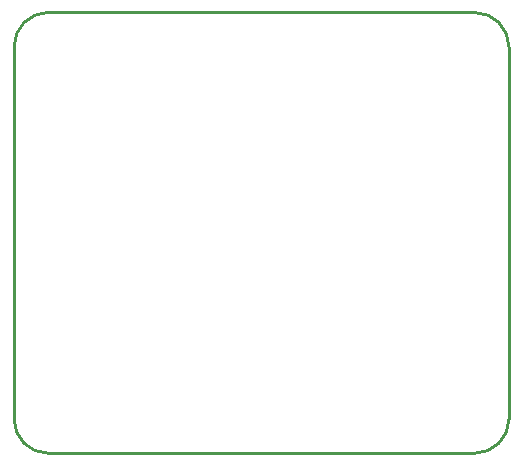
<source format=gko>
G04 Layer: BoardOutline*
G04 EasyEDA v6.4.25, 2021-09-30T02:39:23--7:00*
G04 cb1d7dd1d9244e3faa1512210410d729,1c607ed5ed934db7a0414c4b005609ca,10*
G04 Gerber Generator version 0.2*
G04 Scale: 100 percent, Rotated: No, Reflected: No *
G04 Dimensions in inches *
G04 leading zeros omitted , absolute positions ,3 integer and 6 decimal *
%FSLAX36Y36*%
%MOIN*%

%ADD10C,0.0100*%
D10*
X1650000Y-115000D02*
G01*
X1650000Y-1355000D01*
X0Y-1355000D02*
G01*
X0Y-115000D01*
X1535000Y-1470000D02*
G01*
X115000Y-1470000D01*
X115000Y0D02*
G01*
X1535000Y0D01*
G75*
G01*
X1535000Y0D02*
G02*
X1650000Y-115000I0J-115000D01*
G75*
G01*
X1650000Y-1355000D02*
G02*
X1535000Y-1470000I-115000J0D01*
G75*
G01*
X115000Y-1470000D02*
G02*
X0Y-1355000I0J115000D01*
G75*
G01*
X0Y-115000D02*
G02*
X115000Y0I115000J0D01*

%LPD*%
M02*

</source>
